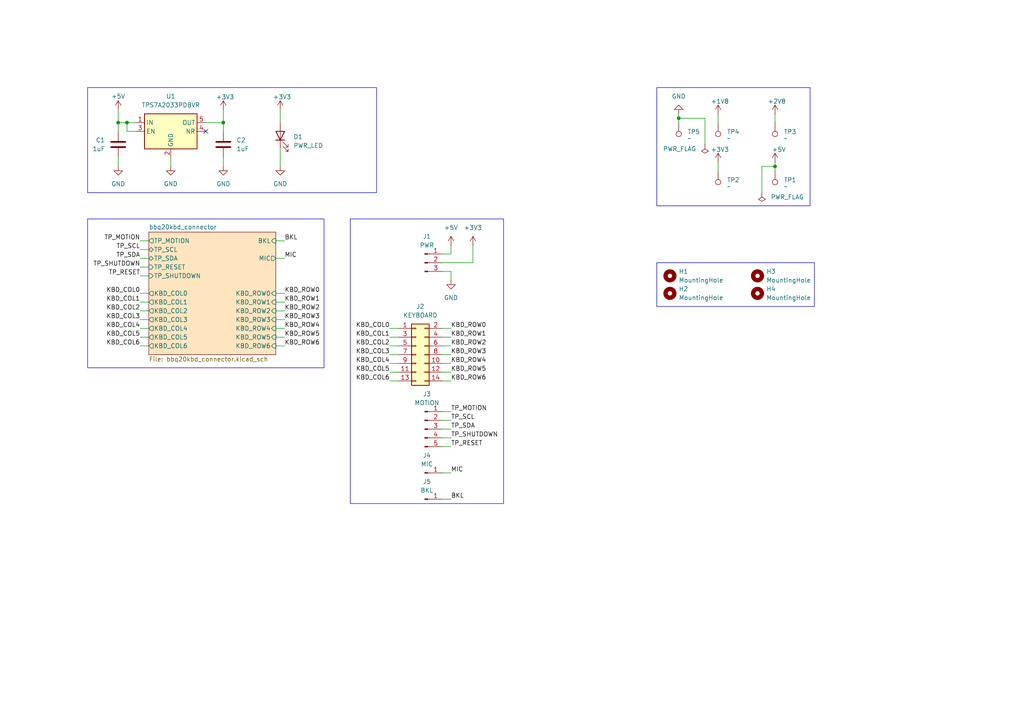
<source format=kicad_sch>
(kicad_sch (version 20250114) (generator "eeschema") (generator_version "9.0")
  (paper "A4")
  (title_block (title "BBQ20KDB Breakout Board") (date "2025-06-16") (rev "1.0.0") (company "Greg PFISTER") (comment 3 "Many thanks to @arturo182.") (comment 4 "Copyright (c) 2025, Greg PFISTER. CERN Open Hardware Licence v1.2."))
  (lib_symbols
    (symbol "Connector:Conn_01x01_Pin" (pin_names (offset 1.016) (hide yes))
      (property "Reference" "J" (at 0 2.54 0))
      (property "Value" "Conn_01x01_Pin" (at 0 -2.54 0))
      (symbol "Conn_01x01_Pin_1_1"
        (rectangle (start 0.8636 0.127) (end 0 -0.127) (stroke (width 0.1524)) (fill (type outline)))
        (polyline (pts (xy 1.27 0) (xy 0.8636 0)) (stroke (width 0.1524)))
        (pin passive line (at 5.08 0 180) (length 3.81) (name "Pin_1") (number "1"))
      )
    )
    (symbol "Connector:Conn_01x03_Pin" (pin_names (offset 1.016) (hide yes))
      (property "Reference" "J" (at 0 5.08 0))
      (property "Value" "Conn_01x03_Pin" (at 0 -5.08 0))
      (symbol "Conn_01x03_Pin_1_1"
        (rectangle (start 0.8636 2.667) (end 0 2.413) (stroke (width 0.1524)) (fill (type outline)))
        (rectangle (start 0.8636 0.127) (end 0 -0.127) (stroke (width 0.1524)) (fill (type outline)))
        (rectangle (start 0.8636 -2.413) (end 0 -2.667) (stroke (width 0.1524)) (fill (type outline)))
        (polyline (pts (xy 1.27 2.54) (xy 0.8636 2.54)) (stroke (width 0.1524)))
        (polyline (pts (xy 1.27 0) (xy 0.8636 0)) (stroke (width 0.1524)))
        (polyline (pts (xy 1.27 -2.54) (xy 0.8636 -2.54)) (stroke (width 0.1524)))
        (pin passive line (at 5.08 2.54 180) (length 3.81) (name "Pin_1") (number "1"))
        (pin passive line (at 5.08 0 180) (length 3.81) (name "Pin_2") (number "2"))
        (pin passive line (at 5.08 -2.54 180) (length 3.81) (name "Pin_3") (number "3"))
      )
    )
    (symbol "Connector:Conn_01x05_Pin" (pin_names (offset 1.016) (hide yes))
      (property "Reference" "J" (at 0 7.62 0))
      (property "Value" "Conn_01x05_Pin" (at 0 -7.62 0))
      (symbol "Conn_01x05_Pin_1_1"
        (rectangle (start 0.8636 5.207) (end 0 4.953) (stroke (width 0.1524)) (fill (type outline)))
        (rectangle (start 0.8636 2.667) (end 0 2.413) (stroke (width 0.1524)) (fill (type outline)))
        (rectangle (start 0.8636 0.127) (end 0 -0.127) (stroke (width 0.1524)) (fill (type outline)))
        (rectangle (start 0.8636 -2.413) (end 0 -2.667) (stroke (width 0.1524)) (fill (type outline)))
        (rectangle (start 0.8636 -4.953) (end 0 -5.207) (stroke (width 0.1524)) (fill (type outline)))
        (polyline (pts (xy 1.27 5.08) (xy 0.8636 5.08)) (stroke (width 0.1524)))
        (polyline (pts (xy 1.27 2.54) (xy 0.8636 2.54)) (stroke (width 0.1524)))
        (polyline (pts (xy 1.27 0) (xy 0.8636 0)) (stroke (width 0.1524)))
        (polyline (pts (xy 1.27 -2.54) (xy 0.8636 -2.54)) (stroke (width 0.1524)))
        (polyline (pts (xy 1.27 -5.08) (xy 0.8636 -5.08)) (stroke (width 0.1524)))
        (pin passive line (at 5.08 5.08 180) (length 3.81) (name "Pin_1") (number "1"))
        (pin passive line (at 5.08 2.54 180) (length 3.81) (name "Pin_2") (number "2"))
        (pin passive line (at 5.08 0 180) (length 3.81) (name "Pin_3") (number "3"))
        (pin passive line (at 5.08 -2.54 180) (length 3.81) (name "Pin_4") (number "4"))
        (pin passive line (at 5.08 -5.08 180) (length 3.81) (name "Pin_5") (number "5"))
      )
    )
    (symbol "Connector:TestPoint" (pin_numbers (hide yes)) (pin_names (offset 0.762) (hide yes))
      (property "Reference" "TP" (at 0 6.858 0))
      (property "Value" "TestPoint" (at 0 5.08 0))
      (symbol "TestPoint_0_1"
        (circle (center 0 3.302) (radius 0.762))
      )
      (symbol "TestPoint_1_1"
        (pin passive line (at 0 0 90) (length 2.54) (name "1") (number "1"))
      )
    )
    (symbol "Connector_Generic:Conn_02x07_Odd_Even" (pin_names (offset 1.016) (hide yes))
      (property "Reference" "J" (at 1.27 10.16 0))
      (property "Value" "Conn_02x07_Odd_Even" (at 1.27 -10.16 0))
      (symbol "Conn_02x07_Odd_Even_1_1"
        (rectangle (start -1.27 8.89) (end 3.81 -8.89) (stroke (width 0.254)) (fill (type background)))
        (rectangle (start -1.27 7.747) (end 0 7.493) (stroke (width 0.1524)))
        (rectangle (start -1.27 5.207) (end 0 4.953) (stroke (width 0.1524)))
        (rectangle (start -1.27 2.667) (end 0 2.413) (stroke (width 0.1524)))
        (rectangle (start -1.27 0.127) (end 0 -0.127) (stroke (width 0.1524)))
        (rectangle (start -1.27 -2.413) (end 0 -2.667) (stroke (width 0.1524)))
        (rectangle (start -1.27 -4.953) (end 0 -5.207) (stroke (width 0.1524)))
        (rectangle (start -1.27 -7.493) (end 0 -7.747) (stroke (width 0.1524)))
        (rectangle (start 3.81 7.747) (end 2.54 7.493) (stroke (width 0.1524)))
        (rectangle (start 3.81 5.207) (end 2.54 4.953) (stroke (width 0.1524)))
        (rectangle (start 3.81 2.667) (end 2.54 2.413) (stroke (width 0.1524)))
        (rectangle (start 3.81 0.127) (end 2.54 -0.127) (stroke (width 0.1524)))
        (rectangle (start 3.81 -2.413) (end 2.54 -2.667) (stroke (width 0.1524)))
        (rectangle (start 3.81 -4.953) (end 2.54 -5.207) (stroke (width 0.1524)))
        (rectangle (start 3.81 -7.493) (end 2.54 -7.747) (stroke (width 0.1524)))
        (pin passive line (at -5.08 7.62 0) (length 3.81) (name "Pin_1") (number "1"))
        (pin passive line (at -5.08 5.08 0) (length 3.81) (name "Pin_3") (number "3"))
        (pin passive line (at -5.08 2.54 0) (length 3.81) (name "Pin_5") (number "5"))
        (pin passive line (at -5.08 0 0) (length 3.81) (name "Pin_7") (number "7"))
        (pin passive line (at -5.08 -2.54 0) (length 3.81) (name "Pin_9") (number "9"))
        (pin passive line (at -5.08 -5.08 0) (length 3.81) (name "Pin_11") (number "11"))
        (pin passive line (at -5.08 -7.62 0) (length 3.81) (name "Pin_13") (number "13"))
        (pin passive line (at 7.62 7.62 180) (length 3.81) (name "Pin_2") (number "2"))
        (pin passive line (at 7.62 5.08 180) (length 3.81) (name "Pin_4") (number "4"))
        (pin passive line (at 7.62 2.54 180) (length 3.81) (name "Pin_6") (number "6"))
        (pin passive line (at 7.62 0 180) (length 3.81) (name "Pin_8") (number "8"))
        (pin passive line (at 7.62 -2.54 180) (length 3.81) (name "Pin_10") (number "10"))
        (pin passive line (at 7.62 -5.08 180) (length 3.81) (name "Pin_12") (number "12"))
        (pin passive line (at 7.62 -7.62 180) (length 3.81) (name "Pin_14") (number "14"))
      )
    )
    (symbol "Device:C" (pin_numbers (hide yes)) (pin_names (offset 0.254))
      (property "Reference" "C" (at 0.635 2.54 0))
      (property "Value" "C" (at 0.635 -2.54 0))
      (symbol "C_0_1"
        (polyline (pts (xy -2.032 0.762) (xy 2.032 0.762)) (stroke (width 0.508)))
        (polyline (pts (xy -2.032 -0.762) (xy 2.032 -0.762)) (stroke (width 0.508)))
      )
      (symbol "C_1_1"
        (pin passive line (at 0 3.81 270) (length 2.794) (name "~") (number "1"))
        (pin passive line (at 0 -3.81 90) (length 2.794) (name "~") (number "2"))
      )
    )
    (symbol "Device:LED" (pin_numbers (hide yes)) (pin_names (offset 1.016) (hide yes))
      (property "Reference" "D" (at 0 2.54 0))
      (property "Value" "LED" (at 0 -2.54 0))
      (symbol "LED_0_1"
        (polyline (pts (xy -3.048 -0.762) (xy -4.572 -2.286) (xy -3.81 -2.286) (xy -4.572 -2.286) (xy -4.572 -1.524)))
        (polyline (pts (xy -1.778 -0.762) (xy -3.302 -2.286) (xy -2.54 -2.286) (xy -3.302 -2.286) (xy -3.302 -1.524)))
        (polyline (pts (xy -1.27 0) (xy 1.27 0)))
        (polyline (pts (xy -1.27 -1.27) (xy -1.27 1.27)) (stroke (width 0.254)))
        (polyline (pts (xy 1.27 -1.27) (xy 1.27 1.27) (xy -1.27 0) (xy 1.27 -1.27)) (stroke (width 0.254)))
      )
      (symbol "LED_1_1"
        (pin passive line (at -3.81 0 0) (length 2.54) (name "K") (number "1"))
        (pin passive line (at 3.81 0 180) (length 2.54) (name "A") (number "2"))
      )
    )
    (symbol "Mechanical:MountingHole" (pin_names (offset 1.016)) (in_bom no)
      (property "Reference" "H" (at 0 5.08 0))
      (property "Value" "MountingHole" (at 0 3.175 0))
      (symbol "MountingHole_0_1"
        (circle (center 0 0) (radius 1.27) (stroke (width 1.27)))
      )
    )
    (symbol "Regulator_Linear:TPS73618DBV"
      (property "Reference" "U" (at -6.35 6.35 0))
      (property "Value" "TPS73618DBV" (at 1.27 6.35 0))
      (symbol "TPS73618DBV_0_1"
        (rectangle (start -7.62 -5.08) (end 7.62 5.08) (stroke (width 0.254)) (fill (type background)))
      )
      (symbol "TPS73618DBV_1_1"
        (pin power_in line (at -10.16 2.54 0) (length 2.54) (name "IN") (number "1"))
        (pin input line (at -10.16 0 0) (length 2.54) (name "EN") (number "3"))
        (pin power_in line (at 0 -7.62 90) (length 2.54) (name "GND") (number "2"))
        (pin power_out line (at 10.16 2.54 180) (length 2.54) (name "OUT") (number "5"))
        (pin passive line (at 10.16 0 180) (length 2.54) (name "NR") (number "4"))
      )
    )
    (symbol "power:+1V8" (power) (pin_numbers (hide yes)) (pin_names (offset 0) (hide yes))
      (property "Value" "+1V8" (at 0 3.556 0))
      (symbol "+1V8_0_1"
        (polyline (pts (xy -0.762 1.27) (xy 0 2.54)))
        (polyline (pts (xy 0 2.54) (xy 0.762 1.27)))
        (polyline (pts (xy 0 0) (xy 0 2.54)))
      )
      (symbol "+1V8_1_1"
        (pin power_in line (at 0 0 90) (length 0) (name "~") (number "1"))
      )
    )
    (symbol "power:+3.3V" (power) (pin_numbers (hide yes)) (pin_names (offset 0) (hide yes))
      (property "Value" "+3.3V" (at 0 3.556 0))
      (symbol "+3.3V_0_1"
        (polyline (pts (xy -0.762 1.27) (xy 0 2.54)))
        (polyline (pts (xy 0 2.54) (xy 0.762 1.27)))
        (polyline (pts (xy 0 0) (xy 0 2.54)))
      )
      (symbol "+3.3V_1_1"
        (pin power_in line (at 0 0 90) (length 0) (name "~") (number "1"))
      )
    )
    (symbol "power:+3V3" (power) (pin_numbers (hide yes)) (pin_names (offset 0) (hide yes))
      (property "Value" "+3V3" (at 0 3.556 0))
      (symbol "+3V3_0_1"
        (polyline (pts (xy -0.762 1.27) (xy 0 2.54)))
        (polyline (pts (xy 0 2.54) (xy 0.762 1.27)))
        (polyline (pts (xy 0 0) (xy 0 2.54)))
      )
      (symbol "+3V3_1_1"
        (pin power_in line (at 0 0 90) (length 0) (name "~") (number "1"))
      )
    )
    (symbol "power:GND" (power) (pin_numbers (hide yes)) (pin_names (offset 0) (hide yes))
      (property "Value" "GND" (at 0 -3.81 0))
      (symbol "GND_0_1"
        (polyline (pts (xy 0 0) (xy 0 -1.27) (xy 1.27 -1.27) (xy 0 -2.54) (xy -1.27 -1.27) (xy 0 -1.27)))
      )
      (symbol "GND_1_1"
        (pin power_in line (at 0 0 270) (length 0) (name "~") (number "1"))
      )
    )
    (symbol "power:PWR_FLAG" (power) (pin_numbers (hide yes)) (pin_names (offset 0) (hide yes))
      (property "Value" "PWR_FLAG" (at 0 3.81 0))
      (symbol "PWR_FLAG_0_0"
        (pin power_out line (at 0 0 90) (length 0) (name "~") (number "1"))
      )
      (symbol "PWR_FLAG_0_1"
        (polyline (pts (xy 0 0) (xy 0 1.27) (xy -1.016 1.905) (xy 0 2.54) (xy 1.016 1.905) (xy 0 1.27)))
      )
    )
  )
  (rectangle (start 190.5 76.2) (end 236.22 88.9))
  (rectangle (start 25.4 25.4) (end 109.22 55.88))
  (rectangle (start 101.6 63.5) (end 146.05 146.05))
  (rectangle (start 25.4 63.5) (end 93.98 106.68))
  (rectangle (start 190.5 25.4) (end 234.95 59.69))
  (junction (at 196.85 34.29))
  (junction (at 64.77 35.56))
  (junction (at 36.83 35.56))
  (junction (at 224.79 48.26))
  (junction (at 34.29 35.56))
  (no_connect (at 59.69 38.1))
  (wire (pts (xy 128.27 95.25) (xy 130.81 95.25)))
  (wire (pts (xy 80.01 69.85) (xy 82.55 69.85)))
  (wire (pts (xy 128.27 76.2) (xy 137.16 76.2)))
  (wire (pts (xy 80.01 90.17) (xy 82.55 90.17)))
  (wire (pts (xy 40.64 90.17) (xy 43.18 90.17)))
  (wire (pts (xy 113.03 110.49) (xy 115.57 110.49)))
  (wire (pts (xy 130.81 71.12) (xy 130.81 73.66)))
  (wire (pts (xy 40.64 77.47) (xy 43.18 77.47)))
  (wire (pts (xy 36.83 38.1) (xy 36.83 35.56)))
  (wire (pts (xy 64.77 35.56) (xy 64.77 38.1)))
  (wire (pts (xy 81.28 43.18) (xy 81.28 48.26)))
  (wire (pts (xy 128.27 110.49) (xy 130.81 110.49)))
  (wire (pts (xy 128.27 78.74) (xy 130.81 78.74)))
  (wire (pts (xy 43.18 72.39) (xy 40.64 72.39)))
  (wire (pts (xy 224.79 46.99) (xy 224.79 48.26)))
  (wire (pts (xy 49.53 45.72) (xy 49.53 48.26)))
  (wire (pts (xy 128.27 107.95) (xy 130.81 107.95)))
  (wire (pts (xy 40.64 85.09) (xy 43.18 85.09)))
  (wire (pts (xy 196.85 33.02) (xy 196.85 34.29)))
  (wire (pts (xy 40.64 80.01) (xy 43.18 80.01)))
  (wire (pts (xy 128.27 105.41) (xy 130.81 105.41)))
  (wire (pts (xy 220.98 55.88) (xy 220.98 48.26)))
  (wire (pts (xy 36.83 35.56) (xy 39.37 35.56)))
  (wire (pts (xy 113.03 102.87) (xy 115.57 102.87)))
  (wire (pts (xy 128.27 129.54) (xy 130.81 129.54)))
  (wire (pts (xy 80.01 92.71) (xy 82.55 92.71)))
  (wire (pts (xy 80.01 74.93) (xy 82.55 74.93)))
  (wire (pts (xy 80.01 97.79) (xy 82.55 97.79)))
  (wire (pts (xy 40.64 100.33) (xy 43.18 100.33)))
  (wire (pts (xy 34.29 35.56) (xy 36.83 35.56)))
  (wire (pts (xy 130.81 78.74) (xy 130.81 81.28)))
  (wire (pts (xy 80.01 100.33) (xy 82.55 100.33)))
  (wire (pts (xy 64.77 45.72) (xy 64.77 48.26)))
  (wire (pts (xy 80.01 95.25) (xy 82.55 95.25)))
  (wire (pts (xy 81.28 31.75) (xy 81.28 35.56)))
  (wire (pts (xy 80.01 87.63) (xy 82.55 87.63)))
  (wire (pts (xy 40.64 87.63) (xy 43.18 87.63)))
  (wire (pts (xy 128.27 73.66) (xy 130.81 73.66)))
  (wire (pts (xy 34.29 45.72) (xy 34.29 48.26)))
  (wire (pts (xy 113.03 100.33) (xy 115.57 100.33)))
  (wire (pts (xy 128.27 102.87) (xy 130.81 102.87)))
  (wire (pts (xy 113.03 107.95) (xy 115.57 107.95)))
  (wire (pts (xy 224.79 48.26) (xy 224.79 49.53)))
  (wire (pts (xy 128.27 100.33) (xy 130.81 100.33)))
  (wire (pts (xy 40.64 92.71) (xy 43.18 92.71)))
  (wire (pts (xy 224.79 33.02) (xy 224.79 35.56)))
  (wire (pts (xy 204.47 34.29) (xy 196.85 34.29)))
  (wire (pts (xy 43.18 69.85) (xy 40.64 69.85)))
  (wire (pts (xy 137.16 76.2) (xy 137.16 71.12)))
  (wire (pts (xy 64.77 31.75) (xy 64.77 35.56)))
  (wire (pts (xy 128.27 144.78) (xy 130.81 144.78)))
  (wire (pts (xy 80.01 85.09) (xy 82.55 85.09)))
  (wire (pts (xy 39.37 38.1) (xy 36.83 38.1)))
  (wire (pts (xy 208.28 46.99) (xy 208.28 49.53)))
  (wire (pts (xy 208.28 33.02) (xy 208.28 35.56)))
  (wire (pts (xy 128.27 119.38) (xy 130.81 119.38)))
  (wire (pts (xy 113.03 95.25) (xy 115.57 95.25)))
  (wire (pts (xy 128.27 137.16) (xy 130.81 137.16)))
  (wire (pts (xy 128.27 127) (xy 130.81 127)))
  (wire (pts (xy 43.18 74.93) (xy 40.64 74.93)))
  (wire (pts (xy 128.27 121.92) (xy 130.81 121.92)))
  (wire (pts (xy 220.98 48.26) (xy 224.79 48.26)))
  (wire (pts (xy 59.69 35.56) (xy 64.77 35.56)))
  (wire (pts (xy 204.47 41.91) (xy 204.47 34.29)))
  (wire (pts (xy 113.03 97.79) (xy 115.57 97.79)))
  (wire (pts (xy 40.64 97.79) (xy 43.18 97.79)))
  (wire (pts (xy 40.64 95.25) (xy 43.18 95.25)))
  (wire (pts (xy 128.27 97.79) (xy 130.81 97.79)))
  (wire (pts (xy 196.85 34.29) (xy 196.85 35.56)))
  (wire (pts (xy 128.27 124.46) (xy 130.81 124.46)))
  (wire (pts (xy 34.29 31.75) (xy 34.29 35.56)))
  (wire (pts (xy 113.03 105.41) (xy 115.57 105.41)))
  (wire (pts (xy 34.29 35.56) (xy 34.29 38.1)))
  (label "KBD_COL3" (at 113.03 102.87 180))
  (label "TP_SCL" (at 40.64 72.39 180))
  (label "KBD_COL4" (at 40.64 95.25 180))
  (label "KBD_COL5" (at 40.64 97.79 180))
  (label "KBD_COL0" (at 113.03 95.25 180))
  (label "MIC" (at 130.81 137.16 0))
  (label "KBD_COL1" (at 40.64 87.63 180))
  (label "TP_SDA" (at 130.81 124.46 0))
  (label "KBD_ROW3" (at 82.55 92.71 0))
  (label "TP_SDA" (at 40.64 74.93 180))
  (label "KBD_ROW0" (at 130.81 95.25 0))
  (label "KBD_COL6" (at 113.03 110.49 180))
  (label "KBD_COL0" (at 40.64 85.09 180))
  (label "KBD_ROW4" (at 82.55 95.25 0))
  (label "KBD_ROW3" (at 130.81 102.87 0))
  (label "KBD_ROW6" (at 130.81 110.49 0))
  (label "BKL" (at 82.55 69.85 0))
  (label "BKL" (at 130.81 144.78 0))
  (label "KBD_ROW2" (at 82.55 90.17 0))
  (label "KBD_COL3" (at 40.64 92.71 180))
  (label "KBD_COL5" (at 113.03 107.95 180))
  (label "KBD_COL1" (at 113.03 97.79 180))
  (label "KBD_ROW0" (at 82.55 85.09 0))
  (label "KBD_COL2" (at 40.64 90.17 180))
  (label "KBD_COL2" (at 113.03 100.33 180))
  (label "KBD_ROW1" (at 82.55 87.63 0))
  (label "MIC" (at 82.55 74.93 0))
  (label "KBD_ROW5" (at 130.81 107.95 0))
  (label "TP_SCL" (at 130.81 121.92 0))
  (label "TP_MOTION" (at 40.64 69.85 180))
  (label "KBD_COL4" (at 113.03 105.41 180))
  (label "KBD_ROW1" (at 130.81 97.79 0))
  (label "TP_MOTION" (at 130.81 119.38 0))
  (label "TP_RESET" (at 40.64 80.01 180))
  (label "KBD_ROW2" (at 130.81 100.33 0))
  (label "KBD_ROW4" (at 130.81 105.41 0))
  (label "TP_SHUTDOWN" (at 40.64 77.47 180))
  (label "TP_RESET" (at 130.81 129.54 0))
  (label "KBD_ROW6" (at 82.55 100.33 0))
  (label "TP_SHUTDOWN" (at 130.81 127 0))
  (label "KBD_ROW5" (at 82.55 97.79 0))
  (label "KBD_COL6" (at 40.64 100.33 180))
  (symbol (lib_id "power:GND") (at 130.81 81.28 0) (unit 1)
    (property "Reference" "#PWR014" (effects (hide yes)))
    (property "Value" "GND" (at 130.81 86.36 0))
    (property "Description" "Power symbol creates a global label with name \"GND\" , ground" (effects (hide yes)))
  )
  (symbol (lib_id "power:+3V3") (at 137.16 71.12 0) (unit 1)
    (property "Reference" "#PWR013" (effects (hide yes)))
    (property "Value" "+3V3" (at 137.16 66.04 0))
    (property "Description" "Power symbol creates a global label with name \"+3V3\"" (effects (hide yes)))
  )
  (symbol (lib_id "Device:C") (at 34.29 41.91 0) (mirror y) (unit 1)
    (property "Reference" "C1" (at 30.48 40.6399 0) (effects (justify left)))
    (property "Value" "1uF" (at 30.48 43.1799 0) (effects (justify left)))
    (property "Footprint" "Capacitor_SMD:C_0603_1608Metric" (effects (hide yes)))
    (property "Description" "Unpolarized capacitor" (effects (hide yes)))
  )
  (symbol (lib_id "Connector:TestPoint") (at 208.28 35.56 180) (unit 1)
    (property "Reference" "TP4" (at 210.82 38.2269 0) (effects (justify right)))
    (property "Value" "~" (at 210.82 40.132 0) (effects (justify right)))
    (property "Footprint" "TestPoint:TestPoint_Pad_D1.0mm" (effects (hide yes)))
    (property "Description" "test point" (effects (hide yes)))
  )
  (symbol (lib_id "Mechanical:MountingHole") (at 219.71 85.09 0) (unit 1) (in_bom no)
    (property "Reference" "H4" (at 222.25 83.8199 0) (effects (justify left)))
    (property "Value" "MountingHole" (at 222.25 86.3599 0) (effects (justify left)))
    (property "Footprint" "MountingHole:MountingHole_2.7mm_M2.5" (effects (hide yes)))
    (property "Description" "Mounting Hole without connection" (effects (hide yes)))
  )
  (symbol (lib_id "power:GND") (at 81.28 48.26 0) (unit 1)
    (property "Reference" "#PWR02" (effects (hide yes)))
    (property "Value" "GND" (at 81.28 53.34 0))
    (property "Description" "Power symbol creates a global label with name \"GND\" , ground" (effects (hide yes)))
  )
  (symbol (lib_id "power:GND") (at 34.29 48.26 0) (unit 1)
    (property "Reference" "#PWR016" (effects (hide yes)))
    (property "Value" "GND" (at 34.29 53.34 0))
    (property "Description" "Power symbol creates a global label with name \"GND\" , ground" (effects (hide yes)))
  )
  (symbol (lib_id "power:+1V8") (at 208.28 46.99 0) (mirror y) (unit 1)
    (property "Reference" "#PWR025" (effects (hide yes)))
    (property "Value" "+3V3" (at 211.455 43.3704 0) (effects (justify left)))
  )
  (symbol (lib_id "Mechanical:MountingHole") (at 219.71 80.01 0) (unit 1) (in_bom no)
    (property "Reference" "H3" (at 222.25 78.7399 0) (effects (justify left)))
    (property "Value" "MountingHole" (at 222.25 81.2799 0) (effects (justify left)))
    (property "Footprint" "MountingHole:MountingHole_2.7mm_M2.5" (effects (hide yes)))
    (property "Description" "Mounting Hole without connection" (effects (hide yes)))
  )
  (symbol (lib_id "power:GND") (at 49.53 48.26 0) (unit 1)
    (property "Reference" "#PWR017" (effects (hide yes)))
    (property "Value" "GND" (at 49.53 53.34 0))
    (property "Description" "Power symbol creates a global label with name \"GND\" , ground" (effects (hide yes)))
  )
  (symbol (lib_id "power:+1V8") (at 64.77 31.75 0) (mirror y) (unit 1)
    (property "Reference" "#PWR0101" (effects (hide yes)))
    (property "Value" "+3V3" (at 67.945 28.1304 0) (effects (justify left)))
  )
  (symbol (lib_id "Connector:Conn_01x01_Pin") (at 123.19 137.16 0) (unit 1)
    (property "Reference" "J4" (at 123.825 132.08 0))
    (property "Value" "MIC" (at 123.825 134.62 0))
    (property "Footprint" "Connector_PinHeader_2.54mm:PinHeader_1x01_P2.54mm_Vertical" (effects (hide yes)))
    (property "Description" "Generic connector, single row, 01x01, script generated" (effects (hide yes)))
  )
  (symbol (lib_id "Mechanical:MountingHole") (at 194.31 80.01 0) (unit 1) (in_bom no)
    (property "Reference" "H1" (at 196.85 78.7399 0) (effects (justify left)))
    (property "Value" "MountingHole" (at 196.85 81.2799 0) (effects (justify left)))
    (property "Footprint" "MountingHole:MountingHole_2.7mm_M2.5" (effects (hide yes)))
    (property "Description" "Mounting Hole without connection" (effects (hide yes)))
  )
  (symbol (lib_id "Device:C") (at 64.77 41.91 0) (unit 1)
    (property "Reference" "C2" (at 68.58 40.6399 0) (effects (justify left)))
    (property "Value" "1uF" (at 68.58 43.1799 0) (effects (justify left)))
    (property "Footprint" "Capacitor_SMD:C_0603_1608Metric" (effects (hide yes)))
    (property "Description" "Unpolarized capacitor" (effects (hide yes)))
  )
  (symbol (lib_id "Connector:TestPoint") (at 208.28 49.53 180) (unit 1)
    (property "Reference" "TP2" (at 210.82 52.1969 0) (effects (justify right)))
    (property "Value" "~" (at 210.82 54.102 0) (effects (justify right)))
    (property "Footprint" "TestPoint:TestPoint_Pad_D1.0mm" (effects (hide yes)))
    (property "Description" "test point" (effects (hide yes)))
  )
  (symbol (lib_id "power:+3.3V") (at 34.29 31.75 0) (mirror y) (unit 1)
    (property "Reference" "#PWR015" (effects (hide yes)))
    (property "Value" "+5V" (at 34.29 27.94 0))
  )
  (symbol (lib_id "power:PWR_FLAG") (at 220.98 55.88 180) (unit 1)
    (property "Reference" "#FLG02" (effects (hide yes)))
    (property "Value" "PWR_FLAG" (at 223.52 57.1499 0) (effects (justify right)))
    (property "Description" "Special symbol for telling ERC where power comes from" (effects (hide yes)))
  )
  (symbol (lib_id "Connector:TestPoint") (at 224.79 49.53 180) (unit 1)
    (property "Reference" "TP1" (at 227.33 52.1969 0) (effects (justify right)))
    (property "Value" "~" (at 227.33 54.102 0) (effects (justify right)))
    (property "Footprint" "TestPoint:TestPoint_Pad_D1.0mm" (effects (hide yes)))
    (property "Description" "test point" (effects (hide yes)))
  )
  (symbol (lib_id "Device:LED") (at 81.28 39.37 90) (unit 1)
    (property "Reference" "D1" (at 85.09 39.6874 90) (effects (justify right)))
    (property "Value" "PWR_LED" (at 85.09 42.2274 90) (effects (justify right)))
    (property "Footprint" "LED_SMD:LED_0603_1608Metric" (effects (hide yes)))
    (property "Description" "Light emitting diode" (effects (hide yes)))
    (property "Sim.Pins" "1=K 2=A" (effects (hide yes)))
  )
  (symbol (lib_id "power:PWR_FLAG") (at 204.47 41.91 0) (mirror x) (unit 1)
    (property "Reference" "#FLG01" (effects (hide yes)))
    (property "Value" "PWR_FLAG" (at 201.93 43.1799 0) (effects (justify right)))
    (property "Description" "Special symbol for telling ERC where power comes from" (effects (hide yes)))
  )
  (symbol (lib_id "power:GND") (at 64.77 48.26 0) (unit 1)
    (property "Reference" "#PWR018" (effects (hide yes)))
    (property "Value" "GND" (at 64.77 53.34 0))
    (property "Description" "Power symbol creates a global label with name \"GND\" , ground" (effects (hide yes)))
  )
  (symbol (lib_id "power:+1V8") (at 208.28 33.02 0) (mirror y) (unit 1)
    (property "Reference" "#PWR023" (effects (hide yes)))
    (property "Value" "+1V8" (at 211.455 29.4004 0) (effects (justify left)))
  )
  (symbol (lib_id "Mechanical:MountingHole") (at 194.31 85.09 0) (unit 1) (in_bom no)
    (property "Reference" "H2" (at 196.85 83.8199 0) (effects (justify left)))
    (property "Value" "MountingHole" (at 196.85 86.3599 0) (effects (justify left)))
    (property "Footprint" "MountingHole:MountingHole_2.7mm_M2.5" (effects (hide yes)))
    (property "Description" "Mounting Hole without connection" (effects (hide yes)))
  )
  (symbol (lib_id "power:GND") (at 196.85 33.02 180) (unit 1)
    (property "Reference" "#PWR010" (effects (hide yes)))
    (property "Value" "GND" (at 196.85 27.94 0))
    (property "Description" "Power symbol creates a global label with name \"GND\" , ground" (effects (hide yes)))
  )
  (symbol (lib_id "Connector:TestPoint") (at 224.79 35.56 180) (unit 1)
    (property "Reference" "TP3" (at 227.33 38.2269 0) (effects (justify right)))
    (property "Value" "~" (at 227.33 40.132 0) (effects (justify right)))
    (property "Footprint" "TestPoint:TestPoint_Pad_D1.0mm" (effects (hide yes)))
    (property "Description" "test point" (effects (hide yes)))
  )
  (symbol (lib_id "Connector:Conn_01x01_Pin") (at 123.19 144.78 0) (unit 1)
    (property "Reference" "J5" (at 123.825 139.7 0))
    (property "Value" "BKL" (at 123.825 142.24 0))
    (property "Footprint" "Connector_PinHeader_2.54mm:PinHeader_1x01_P2.54mm_Vertical" (effects (hide yes)))
    (property "Description" "Generic connector, single row, 01x01, script generated" (effects (hide yes)))
  )
  (symbol (lib_id "Connector:TestPoint") (at 196.85 35.56 180) (unit 1)
    (property "Reference" "TP5" (at 199.39 38.2269 0) (effects (justify right)))
    (property "Value" "~" (at 199.39 40.132 0) (effects (justify right)))
    (property "Footprint" "TestPoint:TestPoint_Pad_D1.0mm" (effects (hide yes)))
    (property "Description" "test point" (effects (hide yes)))
  )
  (symbol (lib_id "power:+3V3") (at 130.81 71.12 0) (unit 1)
    (property "Reference" "#PWR020" (effects (hide yes)))
    (property "Value" "+5V" (at 130.81 66.04 0))
    (property "Description" "Power symbol creates a global label with name \"+3V3\"" (effects (hide yes)))
  )
  (symbol (lib_id "power:+1V8") (at 224.79 46.99 0) (mirror y) (unit 1)
    (property "Reference" "#PWR019" (effects (hide yes)))
    (property "Value" "+5V" (at 227.965 43.3704 0) (effects (justify left)))
  )
  (symbol (lib_id "power:+1V8") (at 224.79 33.02 0) (mirror y) (unit 1)
    (property "Reference" "#PWR024" (effects (hide yes)))
    (property "Value" "+2V8" (at 227.965 29.4004 0) (effects (justify left)))
  )
  (symbol (lib_id "Connector:Conn_01x03_Pin") (at 123.19 76.2 0) (unit 1)
    (property "Reference" "J1" (at 123.825 68.58 0))
    (property "Value" "PWR" (at 123.825 71.12 0))
    (property "Footprint" "Connector_PinHeader_2.54mm:PinHeader_1x03_P2.54mm_Vertical" (effects (hide yes)))
    (property "Description" "Generic connector, single row, 01x03, script generated" (effects (hide yes)))
  )
  (symbol (lib_id "Regulator_Linear:TPS73618DBV") (at 49.53 38.1 0) (unit 1)
    (property "Reference" "U1" (at 49.53 27.94 0))
    (property "Value" "TPS7A2033PDBVR" (at 49.53 30.48 0))
    (property "Footprint" "Package_TO_SOT_SMD:SOT-23-5" (effects (hide yes)))
    (property "Datasheet" "https://www.ti.com/lit/ds/symlink/tps7a20.pdf" (effects (hide yes)))
    (property "Description" "TPS7A20 3.3V 300mA, Ultra-Low-Noise, Low-IQ, High PSRR LDO" (effects (hide yes)))
  )
  (symbol (lib_id "Connector:Conn_01x05_Pin") (at 123.19 124.46 0) (unit 1)
    (property "Reference" "J3" (at 123.825 114.3 0))
    (property "Value" "MOTION" (at 123.825 116.84 0))
    (property "Footprint" "Connector_PinHeader_2.54mm:PinHeader_1x05_P2.54mm_Vertical" (effects (hide yes)))
    (property "Description" "Generic connector, single row, 01x05, script generated" (effects (hide yes)))
  )
  (symbol (lib_id "Connector_Generic:Conn_02x07_Odd_Even") (at 120.65 102.87 0) (unit 1)
    (property "Reference" "J2" (at 121.92 88.9 0))
    (property "Value" "KEYBOARD" (at 121.92 91.44 0))
    (property "Footprint" "Connector_PinHeader_2.54mm:PinHeader_2x07_P2.54mm_Vertical" (effects (hide yes)))
    (property "Description" "Generic connector, double row, 02x07, odd/even pin numbering scheme (row 1 odd numbers, row 2 even numbers), script generated (kicad-library-utils/schlib/autogen/connector/)" (effects (hide yes)))
  )
  (symbol (lib_id "power:+1V8") (at 81.28 31.75 0) (mirror y) (unit 1)
    (property "Reference" "#PWR01" (effects (hide yes)))
    (property "Value" "+3V3" (at 84.455 28.1304 0) (effects (justify left)))
  )
  (sheet (at 43.18 67.31) (size 36.83 35.56) (stroke (width 0.1524)) (fill (color 255 229 191 1.0000))
    (property "Sheetname" "bbq20kbd_connector" (at 43.18 66.5984 0) (effects (justify left bottom)))
    (property "Sheetfile" "bbq20kbd_connector.kicad_sch" (at 43.18 103.4546 0) (effects (justify left top)))
    (pin "TP_MOTION" output (at 43.18 69.85 180))
    (pin "TP_RESET" input (at 43.18 77.47 180))
    (pin "TP_SCL" bidirectional (at 43.18 72.39 180))
    (pin "TP_SDA" bidirectional (at 43.18 74.93 180))
    (pin "MIC" output (at 80.01 74.93 0))
    (pin "BKL" input (at 80.01 69.85 0))
    (pin "TP_SHUTDOWN" input (at 43.18 80.01 180))
    (pin "KBD_COL4" output (at 43.18 95.25 180))
    (pin "KBD_COL3" output (at 43.18 92.71 180))
    (pin "KBD_ROW0" input (at 80.01 85.09 0))
    (pin "KBD_COL5" output (at 43.18 97.79 180))
    (pin "KBD_COL2" output (at 43.18 90.17 180))
    (pin "KBD_ROW2" input (at 80.01 90.17 0))
    (pin "KBD_ROW5" input (at 80.01 97.79 0))
    (pin "KBD_ROW1" input (at 80.01 87.63 0))
    (pin "KBD_COL6" output (at 43.18 100.33 180))
    (pin "KBD_COL0" output (at 43.18 85.09 180))
    (pin "KBD_ROW3" input (at 80.01 92.71 0))
    (pin "KBD_ROW4" input (at 80.01 95.25 0))
    (pin "KBD_COL1" output (at 43.18 87.63 180))
    (pin "KBD_ROW6" input (at 80.01 100.33 0))
  )
)
</source>
